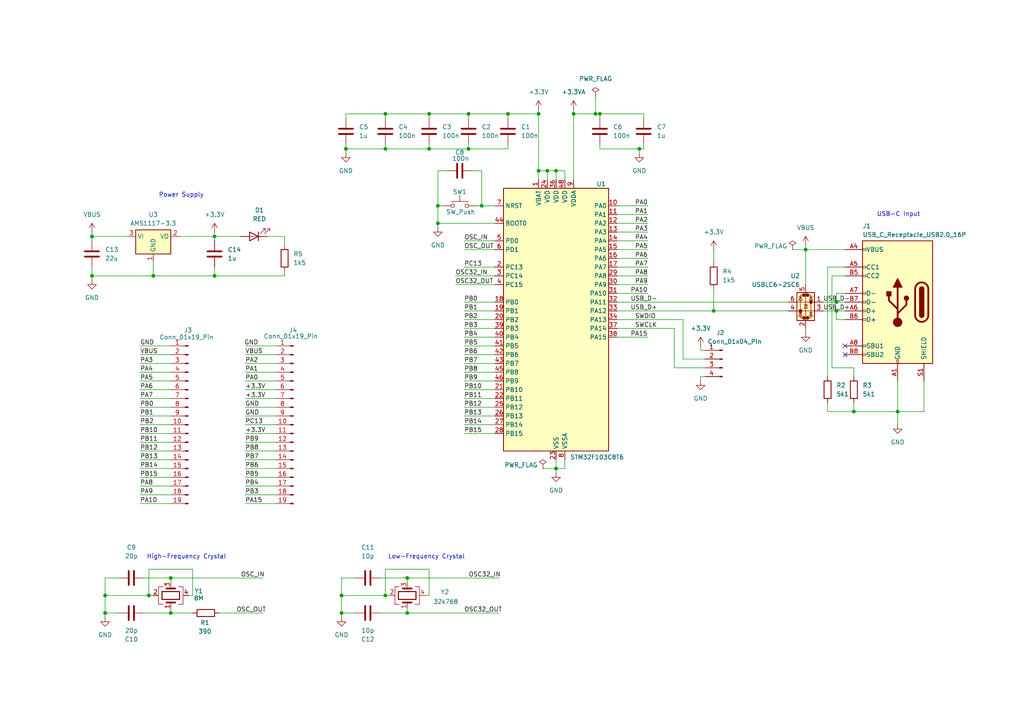
<source format=kicad_sch>
(kicad_sch (version 20250114) (generator "eeschema") (generator_version "9.0")
  (paper "A4")
  (title_block (title "stm32f1-dev-board") (date "2025-11-15") (rev "1") (company "Steven Dyer"))
  (lib_symbols
    (symbol "Connector:Conn_01x04_Pin" (pin_names (offset 1.016) (hide yes))
      (property "Reference" "J" (at 0 5.08 0))
      (property "Value" "Conn_01x04_Pin" (at 0 -7.62 0))
      (symbol "Conn_01x04_Pin_1_1"
        (rectangle (start 0.8636 2.667) (end 0 2.413) (stroke (width 0.1524)) (fill (type outline)))
        (rectangle (start 0.8636 0.127) (end 0 -0.127) (stroke (width 0.1524)) (fill (type outline)))
        (rectangle (start 0.8636 -2.413) (end 0 -2.667) (stroke (width 0.1524)) (fill (type outline)))
        (rectangle (start 0.8636 -4.953) (end 0 -5.207) (stroke (width 0.1524)) (fill (type outline)))
        (polyline (pts (xy 1.27 2.54) (xy 0.8636 2.54)) (stroke (width 0.1524)))
        (polyline (pts (xy 1.27 0) (xy 0.8636 0)) (stroke (width 0.1524)))
        (polyline (pts (xy 1.27 -2.54) (xy 0.8636 -2.54)) (stroke (width 0.1524)))
        (polyline (pts (xy 1.27 -5.08) (xy 0.8636 -5.08)) (stroke (width 0.1524)))
        (pin passive line (at 5.08 2.54 180) (length 3.81) (name "Pin_1") (number "1"))
        (pin passive line (at 5.08 0 180) (length 3.81) (name "Pin_2") (number "2"))
        (pin passive line (at 5.08 -2.54 180) (length 3.81) (name "Pin_3") (number "3"))
        (pin passive line (at 5.08 -5.08 180) (length 3.81) (name "Pin_4") (number "4"))
      )
    )
    (symbol "Connector:Conn_01x19_Pin" (pin_names (offset 1.016) (hide yes))
      (property "Reference" "J" (at 0 25.4 0))
      (property "Value" "Conn_01x19_Pin" (at 0 -25.4 0))
      (symbol "Conn_01x19_Pin_1_1"
        (rectangle (start 0.8636 22.987) (end 0 22.733) (stroke (width 0.1524)) (fill (type outline)))
        (rectangle (start 0.8636 20.447) (end 0 20.193) (stroke (width 0.1524)) (fill (type outline)))
        (rectangle (start 0.8636 17.907) (end 0 17.653) (stroke (width 0.1524)) (fill (type outline)))
        (rectangle (start 0.8636 15.367) (end 0 15.113) (stroke (width 0.1524)) (fill (type outline)))
        (rectangle (start 0.8636 12.827) (end 0 12.573) (stroke (width 0.1524)) (fill (type outline)))
        (rectangle (start 0.8636 10.287) (end 0 10.033) (stroke (width 0.1524)) (fill (type outline)))
        (rectangle (start 0.8636 7.747) (end 0 7.493) (stroke (width 0.1524)) (fill (type outline)))
        (rectangle (start 0.8636 5.207) (end 0 4.953) (stroke (width 0.1524)) (fill (type outline)))
        (rectangle (start 0.8636 2.667) (end 0 2.413) (stroke (width 0.1524)) (fill (type outline)))
        (rectangle (start 0.8636 0.127) (end 0 -0.127) (stroke (width 0.1524)) (fill (type outline)))
        (rectangle (start 0.8636 -2.413) (end 0 -2.667) (stroke (width 0.1524)) (fill (type outline)))
        (rectangle (start 0.8636 -4.953) (end 0 -5.207) (stroke (width 0.1524)) (fill (type outline)))
        (rectangle (start 0.8636 -7.493) (end 0 -7.747) (stroke (width 0.1524)) (fill (type outline)))
        (rectangle (start 0.8636 -10.033) (end 0 -10.287) (stroke (width 0.1524)) (fill (type outline)))
        (rectangle (start 0.8636 -12.573) (end 0 -12.827) (stroke (width 0.1524)) (fill (type outline)))
        (rectangle (start 0.8636 -15.113) (end 0 -15.367) (stroke (width 0.1524)) (fill (type outline)))
        (rectangle (start 0.8636 -17.653) (end 0 -17.907) (stroke (width 0.1524)) (fill (type outline)))
        (rectangle (start 0.8636 -20.193) (end 0 -20.447) (stroke (width 0.1524)) (fill (type outline)))
        (rectangle (start 0.8636 -22.733) (end 0 -22.987) (stroke (width 0.1524)) (fill (type outline)))
        (polyline (pts (xy 1.27 22.86) (xy 0.8636 22.86)) (stroke (width 0.1524)))
        (polyline (pts (xy 1.27 20.32) (xy 0.8636 20.32)) (stroke (width 0.1524)))
        (polyline (pts (xy 1.27 17.78) (xy 0.8636 17.78)) (stroke (width 0.1524)))
        (polyline (pts (xy 1.27 15.24) (xy 0.8636 15.24)) (stroke (width 0.1524)))
        (polyline (pts (xy 1.27 12.7) (xy 0.8636 12.7)) (stroke (width 0.1524)))
        (polyline (pts (xy 1.27 10.16) (xy 0.8636 10.16)) (stroke (width 0.1524)))
        (polyline (pts (xy 1.27 7.62) (xy 0.8636 7.62)) (stroke (width 0.1524)))
        (polyline (pts (xy 1.27 5.08) (xy 0.8636 5.08)) (stroke (width 0.1524)))
        (polyline (pts (xy 1.27 2.54) (xy 0.8636 2.54)) (stroke (width 0.1524)))
        (polyline (pts (xy 1.27 0) (xy 0.8636 0)) (stroke (width 0.1524)))
        (polyline (pts (xy 1.27 -2.54) (xy 0.8636 -2.54)) (stroke (width 0.1524)))
        (polyline (pts (xy 1.27 -5.08) (xy 0.8636 -5.08)) (stroke (width 0.1524)))
        (polyline (pts (xy 1.27 -7.62) (xy 0.8636 -7.62)) (stroke (width 0.1524)))
        (polyline (pts (xy 1.27 -10.16) (xy 0.8636 -10.16)) (stroke (width 0.1524)))
        (polyline (pts (xy 1.27 -12.7) (xy 0.8636 -12.7)) (stroke (width 0.1524)))
        (polyline (pts (xy 1.27 -15.24) (xy 0.8636 -15.24)) (stroke (width 0.1524)))
        (polyline (pts (xy 1.27 -17.78) (xy 0.8636 -17.78)) (stroke (width 0.1524)))
        (polyline (pts (xy 1.27 -20.32) (xy 0.8636 -20.32)) (stroke (width 0.1524)))
        (polyline (pts (xy 1.27 -22.86) (xy 0.8636 -22.86)) (stroke (width 0.1524)))
        (pin passive line (at 5.08 22.86 180) (length 3.81) (name "Pin_1") (number "1"))
        (pin passive line (at 5.08 20.32 180) (length 3.81) (name "Pin_2") (number "2"))
        (pin passive line (at 5.08 17.78 180) (length 3.81) (name "Pin_3") (number "3"))
        (pin passive line (at 5.08 15.24 180) (length 3.81) (name "Pin_4") (number "4"))
        (pin passive line (at 5.08 12.7 180) (length 3.81) (name "Pin_5") (number "5"))
        (pin passive line (at 5.08 10.16 180) (length 3.81) (name "Pin_6") (number "6"))
        (pin passive line (at 5.08 7.62 180) (length 3.81) (name "Pin_7") (number "7"))
        (pin passive line (at 5.08 5.08 180) (length 3.81) (name "Pin_8") (number "8"))
        (pin passive line (at 5.08 2.54 180) (length 3.81) (name "Pin_9") (number "9"))
        (pin passive line (at 5.08 0 180) (length 3.81) (name "Pin_10") (number "10"))
        (pin passive line (at 5.08 -2.54 180) (length 3.81) (name "Pin_11") (number "11"))
        (pin passive line (at 5.08 -5.08 180) (length 3.81) (name "Pin_12") (number "12"))
        (pin passive line (at 5.08 -7.62 180) (length 3.81) (name "Pin_13") (number "13"))
        (pin passive line (at 5.08 -10.16 180) (length 3.81) (name "Pin_14") (number "14"))
        (pin passive line (at 5.08 -12.7 180) (length 3.81) (name "Pin_15") (number "15"))
        (pin passive line (at 5.08 -15.24 180) (length 3.81) (name "Pin_16") (number "16"))
        (pin passive line (at 5.08 -17.78 180) (length 3.81) (name "Pin_17") (number "17"))
        (pin passive line (at 5.08 -20.32 180) (length 3.81) (name "Pin_18") (number "18"))
        (pin passive line (at 5.08 -22.86 180) (length 3.81) (name "Pin_19") (number "19"))
      )
    )
    (symbol "Connector:USB_C_Receptacle_USB2.0_16P" (pin_names (offset 1.016))
      (property "Reference" "J" (at 0 22.225 0))
      (property "Value" "USB_C_Receptacle_USB2.0_16P" (at 0 19.685 0))
      (symbol "USB_C_Receptacle_USB2.0_16P_0_0"
        (rectangle (start -0.254 -17.78) (end 0.254 -16.764))
        (rectangle (start 10.16 15.494) (end 9.144 14.986))
        (rectangle (start 10.16 10.414) (end 9.144 9.906))
        (rectangle (start 10.16 7.874) (end 9.144 7.366))
        (rectangle (start 10.16 2.794) (end 9.144 2.286))
        (rectangle (start 10.16 0.254) (end 9.144 -0.254))
        (rectangle (start 10.16 -2.286) (end 9.144 -2.794))
        (rectangle (start 10.16 -4.826) (end 9.144 -5.334))
        (rectangle (start 10.16 -12.446) (end 9.144 -12.954))
        (rectangle (start 10.16 -14.986) (end 9.144 -15.494))
      )
      (symbol "USB_C_Receptacle_USB2.0_16P_0_1"
        (rectangle (start -10.16 17.78) (end 10.16 -17.78) (stroke (width 0.254)) (fill (type background)))
        (polyline (pts (xy -8.89 -3.81) (xy -8.89 3.81)) (stroke (width 0.508)))
        (rectangle (start -7.62 -3.81) (end -6.35 3.81) (stroke (width 0.254)) (fill (type outline)))
        (arc (start -7.62 3.81) (mid -6.985 4.4423) (end -6.35 3.81) (stroke (width 0.254)))
        (arc (start -7.62 3.81) (mid -6.985 4.4423) (end -6.35 3.81) (stroke (width 0.254)) (fill (type outline)))
        (arc (start -8.89 3.81) (mid -6.985 5.7067) (end -5.08 3.81) (stroke (width 0.508)))
        (arc (start -5.08 -3.81) (mid -6.985 -5.7067) (end -8.89 -3.81) (stroke (width 0.508)))
        (arc (start -6.35 -3.81) (mid -6.985 -4.4423) (end -7.62 -3.81) (stroke (width 0.254)))
        (arc (start -6.35 -3.81) (mid -6.985 -4.4423) (end -7.62 -3.81) (stroke (width 0.254)) (fill (type outline)))
        (polyline (pts (xy -5.08 3.81) (xy -5.08 -3.81)) (stroke (width 0.508)))
        (circle (center -2.54 1.143) (radius 0.635) (stroke (width 0.254)) (fill (type outline)))
        (polyline (pts (xy -1.27 4.318) (xy 0 6.858) (xy 1.27 4.318) (xy -1.27 4.318)) (stroke (width 0.254)) (fill (type outline)))
        (polyline (pts (xy 0 -2.032) (xy 2.54 0.508) (xy 2.54 1.778)) (stroke (width 0.508)))
        (polyline (pts (xy 0 -3.302) (xy -2.54 -0.762) (xy -2.54 0.508)) (stroke (width 0.508)))
        (polyline (pts (xy 0 -5.842) (xy 0 4.318)) (stroke (width 0.508)))
        (circle (center 0 -5.842) (radius 1.27) (fill (type outline)))
        (rectangle (start 1.905 1.778) (end 3.175 3.048) (stroke (width 0.254)) (fill (type outline)))
      )
      (symbol "USB_C_Receptacle_USB2.0_16P_1_1"
        (pin passive line (at -7.62 -22.86 90) (length 5.08) (name "SHIELD") (number "S1"))
        (pin passive line (at 0 -22.86 90) (length 5.08) (name "GND") (number "A1"))
        (pin passive line (at 0 -22.86 90) (length 5.08) (hide yes) (name "GND") (number "A12"))
        (pin passive line (at 0 -22.86 90) (length 5.08) (hide yes) (name "GND") (number "B1"))
        (pin passive line (at 0 -22.86 90) (length 5.08) (hide yes) (name "GND") (number "B12"))
        (pin passive line (at 15.24 15.24 180) (length 5.08) (name "VBUS") (number "A4"))
        (pin passive line (at 15.24 15.24 180) (length 5.08) (hide yes) (name "VBUS") (number "A9"))
        (pin passive line (at 15.24 15.24 180) (length 5.08) (hide yes) (name "VBUS") (number "B4"))
        (pin passive line (at 15.24 15.24 180) (length 5.08) (hide yes) (name "VBUS") (number "B9"))
        (pin bidirectional line (at 15.24 10.16 180) (length 5.08) (name "CC1") (number "A5"))
        (pin bidirectional line (at 15.24 7.62 180) (length 5.08) (name "CC2") (number "B5"))
        (pin bidirectional line (at 15.24 2.54 180) (length 5.08) (name "D-") (number "A7"))
        (pin bidirectional line (at 15.24 0 180) (length 5.08) (name "D-") (number "B7"))
        (pin bidirectional line (at 15.24 -2.54 180) (length 5.08) (name "D+") (number "A6"))
        (pin bidirectional line (at 15.24 -5.08 180) (length 5.08) (name "D+") (number "B6"))
        (pin bidirectional line (at 15.24 -12.7 180) (length 5.08) (name "SBU1") (number "A8"))
        (pin bidirectional line (at 15.24 -15.24 180) (length 5.08) (name "SBU2") (number "B8"))
      )
    )
    (symbol "Device:C" (pin_numbers (hide yes)) (pin_names (offset 0.254))
      (property "Reference" "C" (at 0.635 2.54 0))
      (property "Value" "C" (at 0.635 -2.54 0))
      (symbol "C_0_1"
        (polyline (pts (xy -2.032 0.762) (xy 2.032 0.762)) (stroke (width 0.508)))
        (polyline (pts (xy -2.032 -0.762) (xy 2.032 -0.762)) (stroke (width 0.508)))
      )
      (symbol "C_1_1"
        (pin passive line (at 0 3.81 270) (length 2.794) (name "~") (number "1"))
        (pin passive line (at 0 -3.81 90) (length 2.794) (name "~") (number "2"))
      )
    )
    (symbol "Device:Crystal_GND24" (pin_names (offset 1.016) (hide yes))
      (property "Reference" "Y" (at 3.175 5.08 0))
      (property "Value" "Crystal_GND24" (at 3.175 3.175 0))
      (symbol "Crystal_GND24_0_1"
        (polyline (pts (xy -2.54 2.286) (xy -2.54 3.556) (xy 2.54 3.556) (xy 2.54 2.286)))
        (polyline (pts (xy -2.54 0) (xy -2.032 0)))
        (polyline (pts (xy -2.54 -2.286) (xy -2.54 -3.556) (xy 2.54 -3.556) (xy 2.54 -2.286)))
        (polyline (pts (xy -2.032 -1.27) (xy -2.032 1.27)) (stroke (width 0.508)))
        (rectangle (start -1.143 2.54) (end 1.143 -2.54) (stroke (width 0.3048)))
        (polyline (pts (xy 0 3.556) (xy 0 3.81)))
        (polyline (pts (xy 0 -3.81) (xy 0 -3.556)))
        (polyline (pts (xy 2.032 0) (xy 2.54 0)))
        (polyline (pts (xy 2.032 -1.27) (xy 2.032 1.27)) (stroke (width 0.508)))
      )
      (symbol "Crystal_GND24_1_1"
        (pin passive line (at -3.81 0 0) (length 1.27) (name "1") (number "1"))
        (pin passive line (at 0 5.08 270) (length 1.27) (name "2") (number "2"))
        (pin passive line (at 0 -5.08 90) (length 1.27) (name "4") (number "4"))
        (pin passive line (at 3.81 0 180) (length 1.27) (name "3") (number "3"))
      )
    )
    (symbol "Device:LED" (pin_numbers (hide yes)) (pin_names (offset 1.016) (hide yes))
      (property "Reference" "D" (at 0 2.54 0))
      (property "Value" "LED" (at 0 -2.54 0))
      (symbol "LED_0_1"
        (polyline (pts (xy -3.048 -0.762) (xy -4.572 -2.286) (xy -3.81 -2.286) (xy -4.572 -2.286) (xy -4.572 -1.524)))
        (polyline (pts (xy -1.778 -0.762) (xy -3.302 -2.286) (xy -2.54 -2.286) (xy -3.302 -2.286) (xy -3.302 -1.524)))
        (polyline (pts (xy -1.27 0) (xy 1.27 0)))
        (polyline (pts (xy -1.27 -1.27) (xy -1.27 1.27)) (stroke (width 0.254)))
        (polyline (pts (xy 1.27 -1.27) (xy 1.27 1.27) (xy -1.27 0) (xy 1.27 -1.27)) (stroke (width 0.254)))
      )
      (symbol "LED_1_1"
        (pin passive line (at -3.81 0 0) (length 2.54) (name "K") (number "1"))
        (pin passive line (at 3.81 0 180) (length 2.54) (name "A") (number "2"))
      )
    )
    (symbol "Device:R" (pin_numbers (hide yes)) (pin_names (offset 0))
      (property "Reference" "R" (at 2.032 0 90))
      (property "Value" "R" (at 0 0 90))
      (symbol "R_0_1"
        (rectangle (start -1.016 -2.54) (end 1.016 2.54) (stroke (width 0.254)))
      )
      (symbol "R_1_1"
        (pin passive line (at 0 3.81 270) (length 1.27) (name "~") (number "1"))
        (pin passive line (at 0 -3.81 90) (length 1.27) (name "~") (number "2"))
      )
    )
    (symbol "MCU_ST_STM32F1:STM32F103C8Tx"
      (property "Reference" "U" (at -15.24 39.37 0))
      (property "Value" "STM32F103C8Tx" (at 7.62 39.37 0))
      (symbol "STM32F103C8Tx_0_1"
        (rectangle (start -15.24 -38.1) (end 15.24 38.1) (stroke (width 0.254)) (fill (type background)))
      )
      (symbol "STM32F103C8Tx_1_1"
        (pin input line (at -17.78 33.02 0) (length 2.54) (name "NRST") (number "7"))
        (pin input line (at -17.78 27.94 0) (length 2.54) (name "BOOT0") (number "44"))
        (pin bidirectional line (at -17.78 22.86 0) (length 2.54) (name "PD0") (number "5"))
        (pin bidirectional line (at -17.78 20.32 0) (length 2.54) (name "PD1") (number "6"))
        (pin bidirectional line (at -17.78 15.24 0) (length 2.54) (name "PC13") (number "2"))
        (pin bidirectional line (at -17.78 12.7 0) (length 2.54) (name "PC14") (number "3"))
        (pin bidirectional line (at -17.78 10.16 0) (length 2.54) (name "PC15") (number "4"))
        (pin bidirectional line (at -17.78 5.08 0) (length 2.54) (name "PB0") (number "18"))
        (pin bidirectional line (at -17.78 2.54 0) (length 2.54) (name "PB1") (number "19"))
        (pin bidirectional line (at -17.78 0 0) (length 2.54) (name "PB2") (number "20"))
        (pin bidirectional line (at -17.78 -2.54 0) (length 2.54) (name "PB3") (number "39"))
        (pin bidirectional line (at -17.78 -5.08 0) (length 2.54) (name "PB4") (number "40"))
        (pin bidirectional line (at -17.78 -7.62 0) (length 2.54) (name "PB5") (number "41"))
        (pin bidirectional line (at -17.78 -10.16 0) (length 2.54) (name "PB6") (number "42"))
        (pin bidirectional line (at -17.78 -12.7 0) (length 2.54) (name "PB7") (number "43"))
        (pin bidirectional line (at -17.78 -15.24 0) (length 2.54) (name "PB8") (number "45"))
        (pin bidirectional line (at -17.78 -17.78 0) (length 2.54) (name "PB9") (number "46"))
        (pin bidirectional line (at -17.78 -20.32 0) (length 2.54) (name "PB10") (number "21"))
        (pin bidirectional line (at -17.78 -22.86 0) (length 2.54) (name "PB11") (number "22"))
        (pin bidirectional line (at -17.78 -25.4 0) (length 2.54) (name "PB12") (number "25"))
        (pin bidirectional line (at -17.78 -27.94 0) (length 2.54) (name "PB13") (number "26"))
        (pin bidirectional line (at -17.78 -30.48 0) (length 2.54) (name "PB14") (number "27"))
        (pin bidirectional line (at -17.78 -33.02 0) (length 2.54) (name "PB15") (number "28"))
        (pin power_in line (at -5.08 40.64 270) (length 2.54) (name "VBAT") (number "1"))
        (pin power_in line (at -2.54 40.64 270) (length 2.54) (name "VDD") (number "24"))
        (pin power_in line (at 0 40.64 270) (length 2.54) (name "VDD") (number "36"))
        (pin power_in line (at 0 -40.64 90) (length 2.54) (name "VSS") (number "23"))
        (pin passive line (at 0 -40.64 90) (length 2.54) (hide yes) (name "VSS") (number "35"))
        (pin passive line (at 0 -40.64 90) (length 2.54) (hide yes) (name "VSS") (number "47"))
        (pin power_in line (at 2.54 40.64 270) (length 2.54) (name "VDD") (number "48"))
        (pin power_in line (at 2.54 -40.64 90) (length 2.54) (name "VSSA") (number "8"))
        (pin power_in line (at 5.08 40.64 270) (length 2.54) (name "VDDA") (number "9"))
        (pin bidirectional line (at 17.78 33.02 180) (length 2.54) (name "PA0") (number "10"))
        (pin bidirectional line (at 17.78 30.48 180) (length 2.54) (name "PA1") (number "11"))
        (pin bidirectional line (at 17.78 27.94 180) (length 2.54) (name "PA2") (number "12"))
        (pin bidirectional line (at 17.78 25.4 180) (length 2.54) (name "PA3") (number "13"))
        (pin bidirectional line (at 17.78 22.86 180) (length 2.54) (name "PA4") (number "14"))
        (pin bidirectional line (at 17.78 20.32 180) (length 2.54) (name "PA5") (number "15"))
        (pin bidirectional line (at 17.78 17.78 180) (length 2.54) (name "PA6") (number "16"))
        (pin bidirectional line (at 17.78 15.24 180) (length 2.54) (name "PA7") (number "17"))
        (pin bidirectional line (at 17.78 12.7 180) (length 2.54) (name "PA8") (number "29"))
        (pin bidirectional line (at 17.78 10.16 180) (length 2.54) (name "PA9") (number "30"))
        (pin bidirectional line (at 17.78 7.62 180) (length 2.54) (name "PA10") (number "31"))
        (pin bidirectional line (at 17.78 5.08 180) (length 2.54) (name "PA11") (number "32"))
        (pin bidirectional line (at 17.78 2.54 180) (length 2.54) (name "PA12") (number "33"))
        (pin bidirectional line (at 17.78 0 180) (length 2.54) (name "PA13") (number "34"))
        (pin bidirectional line (at 17.78 -2.54 180) (length 2.54) (name "PA14") (number "37"))
        (pin bidirectional line (at 17.78 -5.08 180) (length 2.54) (name "PA15") (number "38"))
      )
    )
    (symbol "Power_Protection:USBLC6-2SC6" (pin_names (hide yes))
      (property "Reference" "U" (at 0.635 5.715 0))
      (property "Value" "USBLC6-2SC6" (at 0.635 3.81 0))
      (symbol "USBLC6-2SC6_0_0"
        (circle (center -1.524 0) (radius 0.0001) (stroke (width 0.508)))
        (circle (center -0.508 2.032) (radius 0.0001) (stroke (width 0.508)))
        (circle (center -0.508 -4.572) (radius 0.0001) (stroke (width 0.508)))
        (circle (center 0.508 2.032) (radius 0.0001) (stroke (width 0.508)))
        (circle (center 0.508 -4.572) (radius 0.0001) (stroke (width 0.508)))
        (circle (center 1.524 -2.54) (radius 0.0001) (stroke (width 0.508)))
      )
      (symbol "USBLC6-2SC6_0_1"
        (polyline (pts (xy -2.54 0) (xy 2.54 0)))
        (polyline (pts (xy -2.54 -2.54) (xy 2.54 -2.54)))
        (polyline (pts (xy -2.032 0.508) (xy -1.016 0.508) (xy -1.524 1.524) (xy -2.032 0.508)))
        (polyline (pts (xy -2.032 -3.048) (xy -1.016 -3.048)))
        (polyline (pts (xy -1.016 1.524) (xy -2.032 1.524)))
        (polyline (pts (xy -1.016 -4.064) (xy -2.032 -4.064) (xy -1.524 -3.048) (xy -1.016 -4.064)))
        (polyline (pts (xy -0.508 -1.143) (xy -0.508 -0.762) (xy 0.508 -0.762)))
        (polyline (pts (xy 0 2.54) (xy -0.508 2.032) (xy 0.508 2.032) (xy 0 1.524) (xy 0 -4.064) (xy -0.508 -4.572) (xy 0.508 -4.572) (xy 0 -5.08)))
        (polyline (pts (xy 0.508 -1.778) (xy -0.508 -1.778) (xy 0 -0.762) (xy 0.508 -1.778)))
        (polyline (pts (xy 1.016 1.524) (xy 2.032 1.524)))
        (polyline (pts (xy 1.016 -3.048) (xy 2.032 -3.048)))
        (polyline (pts (xy 2.032 0.508) (xy 1.016 0.508) (xy 1.524 1.524) (xy 2.032 0.508)))
        (polyline (pts (xy 2.032 -4.064) (xy 1.016 -4.064) (xy 1.524 -3.048) (xy 2.032 -4.064)))
      )
      (symbol "USBLC6-2SC6_1_1"
        (rectangle (start -2.54 2.794) (end 2.54 -5.334) (stroke (width 0.254)) (fill (type background)))
        (polyline (pts (xy -0.508 2.032) (xy -1.524 2.032) (xy -1.524 -4.572) (xy -0.508 -4.572)))
        (polyline (pts (xy 0.508 -4.572) (xy 1.524 -4.572) (xy 1.524 2.032) (xy 0.508 2.032)))
        (pin passive line (at -5.08 0 0) (length 2.54) (name "I/O1") (number "1"))
        (pin passive line (at -5.08 -2.54 0) (length 2.54) (name "I/O2") (number "3"))
        (pin passive line (at 0 5.08 270) (length 2.54) (name "VBUS") (number "5"))
        (pin passive line (at 0 -7.62 90) (length 2.54) (name "GND") (number "2"))
        (pin passive line (at 5.08 0 180) (length 2.54) (name "I/O1") (number "6"))
        (pin passive line (at 5.08 -2.54 180) (length 2.54) (name "I/O2") (number "4"))
      )
    )
    (symbol "Regulator_Linear:AMS1117-3.3"
      (property "Reference" "U3" (at 0 6.35 0))
      (property "Value" "AMS1117-3.3" (at 0 3.81 0))
      (symbol "AMS1117-3.3_0_1"
        (rectangle (start -5.08 -5.08) (end 5.08 1.905) (stroke (width 0.254)) (fill (type background)))
      )
      (symbol "AMS1117-3.3_1_1"
        (pin power_in line (at -7.62 0 0) (length 2.54) (name "VI") (number "3"))
        (pin power_in line (at 0 -7.62 90) (length 2.54) (name "GND") (number "1"))
        (pin power_out line (at 7.62 0 180) (length 2.54) (name "VO") (number "2"))
      )
    )
    (symbol "Switch:SW_Push" (pin_numbers (hide yes)) (pin_names (offset 1.016) (hide yes))
      (property "Reference" "SW" (at 1.27 2.54 0))
      (property "Value" "SW_Push" (at 0 -1.524 0))
      (symbol "SW_Push_0_1"
        (circle (center -2.032 0) (radius 0.508))
        (polyline (pts (xy 0 1.27) (xy 0 3.048)))
        (circle (center 2.032 0) (radius 0.508))
        (polyline (pts (xy 2.54 1.27) (xy -2.54 1.27)))
        (pin passive line (at -5.08 0 0) (length 2.54) (name "1") (number "1"))
        (pin passive line (at 5.08 0 180) (length 2.54) (name "2") (number "2"))
      )
    )
    (symbol "power:+3.3V" (power) (pin_numbers (hide yes)) (pin_names (offset 0) (hide yes))
      (property "Value" "+3.3V" (at 0 3.556 0))
      (symbol "+3.3V_0_1"
        (polyline (pts (xy -0.762 1.27) (xy 0 2.54)))
        (polyline (pts (xy 0 2.54) (xy 0.762 1.27)))
        (polyline (pts (xy 0 0) (xy 0 2.54)))
      )
      (symbol "+3.3V_1_1"
        (pin power_in line (at 0 0 90) (length 0) (name "~") (number "1"))
      )
    )
    (symbol "power:+3.3VA" (power) (pin_numbers (hide yes)) (pin_names (offset 0) (hide yes))
      (property "Value" "+3.3VA" (at 0 3.556 0))
      (symbol "+3.3VA_0_1"
        (polyline (pts (xy -0.762 1.27) (xy 0 2.54)))
        (polyline (pts (xy 0 2.54) (xy 0.762 1.27)))
        (polyline (pts (xy 0 0) (xy 0 2.54)))
      )
      (symbol "+3.3VA_1_1"
        (pin power_in line (at 0 0 90) (length 0) (name "~") (number "1"))
      )
    )
    (symbol "power:GND" (power) (pin_numbers (hide yes)) (pin_names (offset 0) (hide yes))
      (property "Value" "GND" (at 0 -3.81 0))
      (symbol "GND_0_1"
        (polyline (pts (xy 0 0) (xy 0 -1.27) (xy 1.27 -1.27) (xy 0 -2.54) (xy -1.27 -1.27) (xy 0 -1.27)))
      )
      (symbol "GND_1_1"
        (pin power_in line (at 0 0 270) (length 0) (name "~") (number "1"))
      )
    )
    (symbol "power:PWR_FLAG" (power) (pin_numbers (hide yes)) (pin_names (offset 0) (hide yes))
      (property "Value" "PWR_FLAG" (at 0 3.81 0))
      (symbol "PWR_FLAG_0_0"
        (pin power_out line (at 0 0 90) (length 0) (name "~") (number "1"))
      )
      (symbol "PWR_FLAG_0_1"
        (polyline (pts (xy 0 0) (xy 0 1.27) (xy -1.016 1.905) (xy 0 2.54) (xy 1.016 1.905) (xy 0 1.27)))
      )
    )
  )
  (text "USB-C Input" (at 260.604 62.23 0) (effects (font (size 1.27 1.27))))
  (text "Power Supply" (at 52.578 56.642 0) (effects (font (size 1.27 1.27))))
  (text "High-Frequency Crystal" (at 54.102 161.544 0) (effects (font (size 1.27 1.27))))
  (text "Low-Frequency Crystal" (at 123.698 161.544 0) (effects (font (size 1.27 1.27))))
  (junction (at 139.7 59.69))
  (junction (at 99.06 177.8))
  (junction (at 127 59.69))
  (junction (at 242.57 87.63))
  (junction (at 62.23 68.58))
  (junction (at 26.67 68.58))
  (junction (at 147.32 33.02))
  (junction (at 247.65 119.38))
  (junction (at 124.46 33.02))
  (junction (at 124.46 43.18))
  (junction (at 62.23 80.01))
  (junction (at 135.89 43.18))
  (junction (at 99.06 172.72))
  (junction (at 49.53 167.64))
  (junction (at 161.29 49.53))
  (junction (at 233.68 72.39))
  (junction (at 158.75 49.53))
  (junction (at 118.11 167.64))
  (junction (at 49.53 177.8))
  (junction (at 118.11 177.8))
  (junction (at 242.57 90.17))
  (junction (at 111.76 43.18))
  (junction (at 26.67 80.01))
  (junction (at 43.18 172.72))
  (junction (at 173.99 33.02))
  (junction (at 30.48 172.72))
  (junction (at 172.72 33.02))
  (junction (at 156.21 49.53))
  (junction (at 44.45 80.01))
  (junction (at 166.37 33.02))
  (junction (at 156.21 33.02))
  (junction (at 207.01 90.17))
  (junction (at 185.42 43.18))
  (junction (at 100.33 43.18))
  (junction (at 127 64.77))
  (junction (at 30.48 177.8))
  (junction (at 161.29 135.89))
  (junction (at 111.76 172.72))
  (junction (at 135.89 33.02))
  (junction (at 260.35 119.38))
  (junction (at 111.76 33.02))
  (no_connect (at 245.11 100.33))
  (no_connect (at 245.11 102.87))
  (wire (pts (xy 161.29 49.53) (xy 163.83 49.53)))
  (wire (pts (xy 161.29 137.16) (xy 161.29 135.89)))
  (wire (pts (xy 26.67 77.47) (xy 26.67 80.01)))
  (wire (pts (xy 80.01 110.49) (xy 71.12 110.49)))
  (wire (pts (xy 245.11 80.01) (xy 241.3 80.01)))
  (wire (pts (xy 102.87 167.64) (xy 99.06 167.64)))
  (wire (pts (xy 62.23 80.01) (xy 62.23 77.47)))
  (wire (pts (xy 179.07 69.85) (xy 187.96 69.85)))
  (wire (pts (xy 134.62 69.85) (xy 143.51 69.85)))
  (wire (pts (xy 49.53 110.49) (xy 40.64 110.49)))
  (wire (pts (xy 111.76 43.18) (xy 124.46 43.18)))
  (wire (pts (xy 267.97 110.49) (xy 267.97 119.38)))
  (wire (pts (xy 161.29 133.35) (xy 161.29 135.89)))
  (wire (pts (xy 100.33 43.18) (xy 100.33 41.91)))
  (wire (pts (xy 134.62 90.17) (xy 143.51 90.17)))
  (wire (pts (xy 132.08 80.01) (xy 143.51 80.01)))
  (wire (pts (xy 80.01 100.33) (xy 71.12 100.33)))
  (wire (pts (xy 166.37 33.02) (xy 172.72 33.02)))
  (wire (pts (xy 172.72 27.94) (xy 172.72 33.02)))
  (wire (pts (xy 238.76 87.63) (xy 242.57 87.63)))
  (wire (pts (xy 179.07 77.47) (xy 187.96 77.47)))
  (wire (pts (xy 186.69 43.18) (xy 185.42 43.18)))
  (wire (pts (xy 267.97 119.38) (xy 260.35 119.38)))
  (wire (pts (xy 233.68 95.25) (xy 233.68 96.52)))
  (wire (pts (xy 49.53 146.05) (xy 40.64 146.05)))
  (wire (pts (xy 124.46 33.02) (xy 124.46 34.29)))
  (wire (pts (xy 173.99 33.02) (xy 173.99 34.29)))
  (wire (pts (xy 260.35 119.38) (xy 247.65 119.38)))
  (wire (pts (xy 44.45 80.01) (xy 62.23 80.01)))
  (wire (pts (xy 229.87 72.39) (xy 233.68 72.39)))
  (wire (pts (xy 238.76 90.17) (xy 242.57 90.17)))
  (wire (pts (xy 260.35 119.38) (xy 260.35 123.19)))
  (wire (pts (xy 127 49.53) (xy 129.54 49.53)))
  (wire (pts (xy 62.23 67.31) (xy 62.23 68.58)))
  (wire (pts (xy 203.2 101.6) (xy 204.47 101.6)))
  (wire (pts (xy 134.62 97.79) (xy 143.51 97.79)))
  (wire (pts (xy 80.01 130.81) (xy 71.12 130.81)))
  (wire (pts (xy 179.07 85.09) (xy 187.96 85.09)))
  (wire (pts (xy 49.53 113.03) (xy 40.64 113.03)))
  (wire (pts (xy 71.12 140.97) (xy 80.01 140.97)))
  (wire (pts (xy 134.62 102.87) (xy 143.51 102.87)))
  (wire (pts (xy 30.48 179.07) (xy 30.48 177.8)))
  (wire (pts (xy 166.37 52.07) (xy 166.37 33.02)))
  (wire (pts (xy 135.89 43.18) (xy 147.32 43.18)))
  (wire (pts (xy 156.21 49.53) (xy 158.75 49.53)))
  (wire (pts (xy 156.21 31.75) (xy 156.21 33.02)))
  (wire (pts (xy 49.53 102.87) (xy 40.64 102.87)))
  (wire (pts (xy 245.11 77.47) (xy 240.03 77.47)))
  (wire (pts (xy 26.67 68.58) (xy 36.83 68.58)))
  (wire (pts (xy 49.53 120.65) (xy 40.64 120.65)))
  (wire (pts (xy 123.19 172.72) (xy 124.46 172.72)))
  (wire (pts (xy 157.48 135.89) (xy 161.29 135.89)))
  (wire (pts (xy 158.75 49.53) (xy 161.29 49.53)))
  (wire (pts (xy 207.01 83.82) (xy 207.01 90.17)))
  (wire (pts (xy 203.2 109.22) (xy 203.2 110.49)))
  (wire (pts (xy 99.06 167.64) (xy 99.06 172.72)))
  (wire (pts (xy 80.01 107.95) (xy 71.12 107.95)))
  (wire (pts (xy 163.83 135.89) (xy 161.29 135.89)))
  (wire (pts (xy 41.91 167.64) (xy 49.53 167.64)))
  (wire (pts (xy 80.01 123.19) (xy 71.12 123.19)))
  (wire (pts (xy 134.62 107.95) (xy 143.51 107.95)))
  (wire (pts (xy 82.55 78.74) (xy 82.55 80.01)))
  (wire (pts (xy 233.68 72.39) (xy 245.11 72.39)))
  (wire (pts (xy 82.55 80.01) (xy 62.23 80.01)))
  (wire (pts (xy 137.16 49.53) (xy 139.7 49.53)))
  (wire (pts (xy 30.48 172.72) (xy 43.18 172.72)))
  (wire (pts (xy 49.53 177.8) (xy 49.53 176.53)))
  (wire (pts (xy 161.29 49.53) (xy 161.29 52.07)))
  (wire (pts (xy 245.11 85.09) (xy 242.57 85.09)))
  (wire (pts (xy 134.62 100.33) (xy 143.51 100.33)))
  (wire (pts (xy 80.01 113.03) (xy 71.12 113.03)))
  (wire (pts (xy 241.3 80.01) (xy 241.3 106.68)))
  (wire (pts (xy 82.55 68.58) (xy 77.47 68.58)))
  (wire (pts (xy 134.62 115.57) (xy 143.51 115.57)))
  (wire (pts (xy 54.61 172.72) (xy 55.88 172.72)))
  (wire (pts (xy 207.01 90.17) (xy 228.6 90.17)))
  (wire (pts (xy 163.83 133.35) (xy 163.83 135.89)))
  (wire (pts (xy 134.62 113.03) (xy 143.51 113.03)))
  (wire (pts (xy 62.23 68.58) (xy 69.85 68.58)))
  (wire (pts (xy 127 59.69) (xy 127 49.53)))
  (wire (pts (xy 49.53 115.57) (xy 40.64 115.57)))
  (wire (pts (xy 49.53 118.11) (xy 40.64 118.11)))
  (wire (pts (xy 49.53 100.33) (xy 40.64 100.33)))
  (wire (pts (xy 127 64.77) (xy 143.51 64.77)))
  (wire (pts (xy 134.62 123.19) (xy 143.51 123.19)))
  (wire (pts (xy 118.11 167.64) (xy 144.78 167.64)))
  (wire (pts (xy 156.21 49.53) (xy 156.21 52.07)))
  (wire (pts (xy 166.37 31.75) (xy 166.37 33.02)))
  (wire (pts (xy 99.06 177.8) (xy 102.87 177.8)))
  (wire (pts (xy 204.47 109.22) (xy 203.2 109.22)))
  (wire (pts (xy 49.53 125.73) (xy 40.64 125.73)))
  (wire (pts (xy 134.62 87.63) (xy 143.51 87.63)))
  (wire (pts (xy 49.53 105.41) (xy 40.64 105.41)))
  (wire (pts (xy 55.88 172.72) (xy 55.88 165.1)))
  (wire (pts (xy 26.67 80.01) (xy 26.67 81.28)))
  (wire (pts (xy 124.46 165.1) (xy 111.76 165.1)))
  (wire (pts (xy 26.67 80.01) (xy 44.45 80.01)))
  (wire (pts (xy 240.03 116.84) (xy 240.03 119.38)))
  (wire (pts (xy 134.62 118.11) (xy 143.51 118.11)))
  (wire (pts (xy 132.08 82.55) (xy 143.51 82.55)))
  (wire (pts (xy 179.07 62.23) (xy 187.96 62.23)))
  (wire (pts (xy 49.53 140.97) (xy 40.64 140.97)))
  (wire (pts (xy 173.99 33.02) (xy 186.69 33.02)))
  (wire (pts (xy 124.46 33.02) (xy 135.89 33.02)))
  (wire (pts (xy 52.07 68.58) (xy 62.23 68.58)))
  (wire (pts (xy 44.45 76.2) (xy 44.45 80.01)))
  (wire (pts (xy 124.46 43.18) (xy 135.89 43.18)))
  (wire (pts (xy 172.72 33.02) (xy 173.99 33.02)))
  (wire (pts (xy 247.65 106.68) (xy 247.65 109.22)))
  (wire (pts (xy 186.69 33.02) (xy 186.69 34.29)))
  (wire (pts (xy 49.53 138.43) (xy 40.64 138.43)))
  (wire (pts (xy 82.55 71.12) (xy 82.55 68.58)))
  (wire (pts (xy 80.01 133.35) (xy 71.12 133.35)))
  (wire (pts (xy 134.62 105.41) (xy 143.51 105.41)))
  (wire (pts (xy 49.53 167.64) (xy 49.53 168.91)))
  (wire (pts (xy 134.62 72.39) (xy 143.51 72.39)))
  (wire (pts (xy 179.07 80.01) (xy 187.96 80.01)))
  (wire (pts (xy 34.29 167.64) (xy 30.48 167.64)))
  (wire (pts (xy 179.07 97.79) (xy 187.96 97.79)))
  (wire (pts (xy 147.32 33.02) (xy 156.21 33.02)))
  (wire (pts (xy 80.01 125.73) (xy 71.12 125.73)))
  (wire (pts (xy 63.5 177.8) (xy 76.2 177.8)))
  (wire (pts (xy 100.33 33.02) (xy 111.76 33.02)))
  (wire (pts (xy 80.01 138.43) (xy 71.12 138.43)))
  (wire (pts (xy 49.53 167.64) (xy 76.2 167.64)))
  (wire (pts (xy 233.68 82.55) (xy 233.68 72.39)))
  (wire (pts (xy 147.32 33.02) (xy 147.32 34.29)))
  (wire (pts (xy 173.99 43.18) (xy 173.99 41.91)))
  (wire (pts (xy 139.7 49.53) (xy 139.7 59.69)))
  (wire (pts (xy 55.88 165.1) (xy 43.18 165.1)))
  (wire (pts (xy 195.58 106.68) (xy 204.47 106.68)))
  (wire (pts (xy 49.53 130.81) (xy 40.64 130.81)))
  (wire (pts (xy 245.11 92.71) (xy 242.57 92.71)))
  (wire (pts (xy 80.01 115.57) (xy 71.12 115.57)))
  (wire (pts (xy 139.7 59.69) (xy 143.51 59.69)))
  (wire (pts (xy 179.07 87.63) (xy 228.6 87.63)))
  (wire (pts (xy 128.27 59.69) (xy 127 59.69)))
  (wire (pts (xy 135.89 43.18) (xy 135.89 41.91)))
  (wire (pts (xy 43.18 172.72) (xy 44.45 172.72)))
  (wire (pts (xy 118.11 177.8) (xy 144.78 177.8)))
  (wire (pts (xy 30.48 177.8) (xy 34.29 177.8)))
  (wire (pts (xy 80.01 120.65) (xy 71.12 120.65)))
  (wire (pts (xy 111.76 33.02) (xy 111.76 34.29)))
  (wire (pts (xy 99.06 179.07) (xy 99.06 177.8)))
  (wire (pts (xy 99.06 172.72) (xy 111.76 172.72)))
  (wire (pts (xy 186.69 43.18) (xy 186.69 41.91)))
  (wire (pts (xy 135.89 33.02) (xy 147.32 33.02)))
  (wire (pts (xy 111.76 43.18) (xy 111.76 41.91)))
  (wire (pts (xy 179.07 92.71) (xy 198.12 92.71)))
  (wire (pts (xy 204.47 104.14) (xy 198.12 104.14)))
  (wire (pts (xy 195.58 95.25) (xy 195.58 106.68)))
  (wire (pts (xy 242.57 87.63) (xy 245.11 87.63)))
  (wire (pts (xy 242.57 92.71) (xy 242.57 90.17)))
  (wire (pts (xy 134.62 110.49) (xy 143.51 110.49)))
  (wire (pts (xy 247.65 119.38) (xy 240.03 119.38)))
  (wire (pts (xy 111.76 172.72) (xy 113.03 172.72)))
  (wire (pts (xy 179.07 95.25) (xy 195.58 95.25)))
  (wire (pts (xy 179.07 64.77) (xy 187.96 64.77)))
  (wire (pts (xy 49.53 123.19) (xy 40.64 123.19)))
  (wire (pts (xy 30.48 172.72) (xy 30.48 177.8)))
  (wire (pts (xy 49.53 128.27) (xy 40.64 128.27)))
  (wire (pts (xy 118.11 177.8) (xy 118.11 176.53)))
  (wire (pts (xy 134.62 92.71) (xy 143.51 92.71)))
  (wire (pts (xy 134.62 95.25) (xy 143.51 95.25)))
  (wire (pts (xy 80.01 105.41) (xy 71.12 105.41)))
  (wire (pts (xy 173.99 43.18) (xy 185.42 43.18)))
  (wire (pts (xy 100.33 43.18) (xy 111.76 43.18)))
  (wire (pts (xy 241.3 106.68) (xy 247.65 106.68)))
  (wire (pts (xy 26.67 67.31) (xy 26.67 68.58)))
  (wire (pts (xy 233.68 71.12) (xy 233.68 72.39)))
  (wire (pts (xy 260.35 110.49) (xy 260.35 119.38)))
  (wire (pts (xy 49.53 107.95) (xy 40.64 107.95)))
  (wire (pts (xy 100.33 33.02) (xy 100.33 34.29)))
  (wire (pts (xy 179.07 82.55) (xy 187.96 82.55)))
  (wire (pts (xy 80.01 135.89) (xy 71.12 135.89)))
  (wire (pts (xy 62.23 68.58) (xy 62.23 69.85)))
  (wire (pts (xy 163.83 49.53) (xy 163.83 52.07)))
  (wire (pts (xy 49.53 143.51) (xy 40.64 143.51)))
  (wire (pts (xy 80.01 146.05) (xy 71.12 146.05)))
  (wire (pts (xy 80.01 143.51) (xy 71.12 143.51)))
  (wire (pts (xy 124.46 172.72) (xy 124.46 165.1)))
  (wire (pts (xy 179.07 59.69) (xy 187.96 59.69)))
  (wire (pts (xy 179.07 72.39) (xy 187.96 72.39)))
  (wire (pts (xy 80.01 128.27) (xy 71.12 128.27)))
  (wire (pts (xy 80.01 102.87) (xy 71.12 102.87)))
  (wire (pts (xy 127 64.77) (xy 127 66.04)))
  (wire (pts (xy 80.01 118.11) (xy 71.12 118.11)))
  (wire (pts (xy 111.76 165.1) (xy 111.76 172.72)))
  (wire (pts (xy 49.53 135.89) (xy 40.64 135.89)))
  (wire (pts (xy 41.91 177.8) (xy 49.53 177.8)))
  (wire (pts (xy 203.2 100.33) (xy 203.2 101.6)))
  (wire (pts (xy 26.67 69.85) (xy 26.67 68.58)))
  (wire (pts (xy 124.46 43.18) (xy 124.46 41.91)))
  (wire (pts (xy 242.57 90.17) (xy 245.11 90.17)))
  (wire (pts (xy 134.62 120.65) (xy 143.51 120.65)))
  (wire (pts (xy 138.43 59.69) (xy 139.7 59.69)))
  (wire (pts (xy 147.32 43.18) (xy 147.32 41.91)))
  (wire (pts (xy 110.49 167.64) (xy 118.11 167.64)))
  (wire (pts (xy 179.07 90.17) (xy 207.01 90.17)))
  (wire (pts (xy 240.03 77.47) (xy 240.03 109.22)))
  (wire (pts (xy 156.21 33.02) (xy 156.21 49.53)))
  (wire (pts (xy 198.12 104.14) (xy 198.12 92.71)))
  (wire (pts (xy 207.01 72.39) (xy 207.01 76.2)))
  (wire (pts (xy 49.53 177.8) (xy 55.88 177.8)))
  (wire (pts (xy 118.11 168.91) (xy 118.11 167.64)))
  (wire (pts (xy 127 64.77) (xy 127 59.69)))
  (wire (pts (xy 100.33 43.18) (xy 100.33 44.45)))
  (wire (pts (xy 134.62 77.47) (xy 143.51 77.47)))
  (wire (pts (xy 179.07 74.93) (xy 187.96 74.93)))
  (wire (pts (xy 43.18 165.1) (xy 43.18 172.72)))
  (wire (pts (xy 185.42 43.18) (xy 185.42 44.45)))
  (wire (pts (xy 179.07 67.31) (xy 187.96 67.31)))
  (wire (pts (xy 242.57 85.09) (xy 242.57 87.63)))
  (wire (pts (xy 49.53 133.35) (xy 40.64 133.35)))
  (wire (pts (xy 135.89 33.02) (xy 135.89 34.29)))
  (wire (pts (xy 110.49 177.8) (xy 118.11 177.8)))
  (wire (pts (xy 158.75 49.53) (xy 158.75 52.07)))
  (wire (pts (xy 111.76 33.02) (xy 124.46 33.02)))
  (wire (pts (xy 247.65 116.84) (xy 247.65 119.38)))
  (wire (pts (xy 134.62 125.73) (xy 143.51 125.73)))
  (wire (pts (xy 30.48 167.64) (xy 30.48 172.72)))
  (wire (pts (xy 99.06 172.72) (xy 99.06 177.8)))
  (label "PB13" (at 134.62 120.65 0))
  (label "PA3" (at 40.64 105.41 0))
  (label "PB9" (at 134.62 110.49 0))
  (label "PA2" (at 71.12 105.41 0))
  (label "OSC_OUT" (at 68.58 177.8 0))
  (label "PB2" (at 40.64 123.19 0))
  (label "PB14" (at 134.62 123.19 0))
  (label "PA6" (at 184.15 74.93 0))
  (label "USB_D+" (at 182.88 90.17 0))
  (label "PA9" (at 184.15 82.55 0))
  (label "PA5" (at 184.15 72.39 0))
  (label "GND" (at 71.12 120.65 0))
  (label "VBUS" (at 40.64 102.87 0))
  (label "PA6" (at 40.64 113.03 0))
  (label "PA4" (at 40.64 107.95 0))
  (label "PB10" (at 40.64 125.73 0))
  (label "PA3" (at 184.15 67.31 0))
  (label "SWDIO" (at 184.15 92.71 0))
  (label "PB3" (at 71.12 143.51 0))
  (label "PB15" (at 40.64 138.43 0))
  (label "GND" (at 71.12 118.11 0))
  (label "+3.3V" (at 71.12 125.73 0))
  (label "PA4" (at 184.15 69.85 0))
  (label "OSC32_OUT" (at 134.62 177.8 0))
  (label "PA2" (at 184.15 64.77 0))
  (label "PA15" (at 71.12 146.05 0))
  (label "+3.3V" (at 71.12 113.03 0))
  (label "PB5" (at 71.12 138.43 0))
  (label "PB2" (at 134.62 92.71 0))
  (label "OSC_IN" (at 69.85 167.64 0))
  (label "PB4" (at 71.12 140.97 0))
  (label "PB4" (at 134.62 97.79 0))
  (label "SWCLK" (at 184.15 95.25 0))
  (label "OSC32_OUT" (at 132.08 82.55 0))
  (label "PA1" (at 184.15 62.23 0))
  (label "USB_D-" (at 182.88 87.63 0))
  (label "PB0" (at 134.62 87.63 0))
  (label "PB12" (at 40.64 130.81 0))
  (label "PB8" (at 134.62 107.95 0))
  (label "PB14" (at 40.64 135.89 0))
  (label "PC13" (at 134.62 77.47 0))
  (label "PB6" (at 71.12 135.89 0))
  (label "PB15" (at 134.62 125.73 0))
  (label "PA7" (at 40.64 115.57 0))
  (label "PA9" (at 40.64 143.51 0))
  (label "PB1" (at 40.64 120.65 0))
  (label "PA8" (at 184.15 80.01 0))
  (label "PA15" (at 182.88 97.79 0))
  (label "OSC_IN" (at 134.62 69.85 0))
  (label "USB_D+" (at 238.76 90.17 0))
  (label "USB_D-" (at 238.76 87.63 0))
  (label "PB5" (at 134.62 100.33 0))
  (label "GND" (at 40.64 100.33 0))
  (label "PA7" (at 184.15 77.47 0))
  (label "PA10" (at 182.88 85.09 0))
  (label "PB11" (at 40.64 128.27 0))
  (label "OSC32_IN" (at 132.08 80.01 0))
  (label "PA8" (at 40.64 140.97 0))
  (label "PB7" (at 71.12 133.35 0))
  (label "VBUS" (at 76.2 102.87 180))
  (label "PB0" (at 40.64 118.11 0))
  (label "PB9" (at 71.12 128.27 0))
  (label "PB12" (at 134.62 118.11 0))
  (label "PA0" (at 71.12 110.49 0))
  (label "OSC_OUT" (at 134.62 72.39 0))
  (label "PB13" (at 40.64 133.35 0))
  (label "PB1" (at 134.62 90.17 0))
  (label "PB8" (at 71.12 130.81 0))
  (label "GND" (at 74.93 100.33 180))
  (label "PB6" (at 134.62 102.87 0))
  (label "+3.3V" (at 71.12 115.57 0))
  (label "PB10" (at 134.62 113.03 0))
  (label "PA10" (at 40.64 146.05 0))
  (label "PA0" (at 184.15 59.69 0))
  (label "PA1" (at 71.12 107.95 0))
  (label "PB11" (at 134.62 115.57 0))
  (label "PB7" (at 134.62 105.41 0))
  (label "OSC32_IN" (at 135.89 167.64 0))
  (label "PA5" (at 40.64 110.49 0))
  (label "PC13" (at 71.12 123.19 0))
  (label "PB3" (at 134.62 95.25 0))
  (symbol (lib_id "Device:LED") (at 73.66 68.58 180) (unit 1)
    (property "Reference" "D1" (at 75.2475 60.96 0))
    (property "Value" "RED" (at 75.2475 63.5 0))
    (property "Footprint" "LED_SMD:LED_0201_0603Metric" (effects (hide yes)))
    (property "Description" "Light emitting diode" (effects (hide yes)))
    (property "Sim.Pins" "1=K 2=A" (effects (hide yes)))
  )
  (symbol (lib_id "power:GND") (at 260.35 123.19 0) (unit 1)
    (property "Reference" "#PWR011" (effects (hide yes)))
    (property "Value" "GND" (at 260.35 128.27 0))
    (property "Description" "Power symbol creates a global label with name \"GND\" , ground" (effects (hide yes)))
  )
  (symbol (lib_id "Connector:Conn_01x19_Pin") (at 85.09 123.19 0) (mirror y) (unit 1)
    (property "Reference" "J4" (at 83.82 95.758 0) (effects (justify right)))
    (property "Value" "Conn_01x19_Pin" (at 76.454 97.536 0) (effects (justify right)))
    (property "Footprint" "Connector_PinHeader_2.54mm:PinHeader_1x19_P2.54mm_Vertical" (effects (hide yes)))
    (property "Description" "Generic connector, single row, 01x19, script generated" (effects (hide yes)))
  )
  (symbol (lib_id "power:GND") (at 26.67 81.28 0) (unit 1)
    (property "Reference" "#PWR014" (effects (hide yes)))
    (property "Value" "GND" (at 26.67 86.36 0))
    (property "Description" "Power symbol creates a global label with name \"GND\" , ground" (effects (hide yes)))
  )
  (symbol (lib_id "power:+3.3VA") (at 166.37 31.75 0) (unit 1)
    (property "Reference" "#PWR04" (effects (hide yes)))
    (property "Value" "+3.3VA" (at 166.37 26.67 0))
    (property "Description" "Power symbol creates a global label with name \"+3.3VA\"" (effects (hide yes)))
  )
  (symbol (lib_id "Device:C") (at 106.68 177.8 90) (mirror x) (unit 1)
    (property "Reference" "C12" (at 106.68 185.42 90))
    (property "Value" "10p" (at 106.68 182.88 90))
    (property "Footprint" "Capacitor_SMD:C_0402_1005Metric" (effects (hide yes)))
    (property "Description" "Unpolarized capacitor" (effects (hide yes)))
  )
  (symbol (lib_id "power:+3.3V") (at 62.23 67.31 0) (unit 1)
    (property "Reference" "#PWR015" (effects (hide yes)))
    (property "Value" "+3.3V" (at 62.23 62.23 0))
    (property "Description" "Power symbol creates a global label with name \"+3.3V\"" (effects (hide yes)))
  )
  (symbol (lib_id "Regulator_Linear:AMS1117-3.3") (at 44.45 68.58 0) (unit 1)
    (property "Reference" "U3" (at 44.45 62.23 0))
    (property "Value" "AMS1117-3.3" (at 44.45 64.77 0))
    (property "Footprint" "Package_TO_SOT_SMD:SOT-223-3_TabPin2" (effects (hide yes)))
    (property "Datasheet" "http://www.advanced-monolithic.com/pdf/ds1117.pdf" (effects (hide yes)))
    (property "Description" "1A Low Dropout regulator, positive, 3.3V fixed output, SOT-223" (effects (hide yes)))
  )
  (symbol (lib_id "power:PWR_FLAG") (at 172.72 27.94 0) (unit 1)
    (property "Reference" "#FLG01" (effects (hide yes)))
    (property "Value" "PWR_FLAG" (at 172.72 22.86 0))
    (property "Description" "Special symbol for telling ERC where power comes from" (effects (hide yes)))
  )
  (symbol (lib_id "power:+3.3V") (at 26.67 67.31 0) (unit 1)
    (property "Reference" "#PWR017" (effects (hide yes)))
    (property "Value" "VBUS" (at 26.67 62.23 0))
    (property "Description" "Power symbol creates a global label with name \"+3.3V\"" (effects (hide yes)))
  )
  (symbol (lib_id "Device:R") (at 240.03 113.03 180) (unit 1)
    (property "Reference" "R2" (at 242.57 111.7599 0) (effects (justify right)))
    (property "Value" "5k1" (at 242.57 114.2999 0) (effects (justify right)))
    (property "Footprint" "Resistor_SMD:R_0402_1005Metric" (effects (hide yes)))
    (property "Description" "Resistor" (effects (hide yes)))
  )
  (symbol (lib_id "power:GND") (at 30.48 179.07 0) (unit 1)
    (property "Reference" "#PWR07" (effects (hide yes)))
    (property "Value" "GND" (at 30.48 184.15 0))
    (property "Description" "Power symbol creates a global label with name \"GND\" , ground" (effects (hide yes)))
  )
  (symbol (lib_id "Connector:Conn_01x04_Pin") (at 209.55 104.14 0) (mirror y) (unit 1)
    (property "Reference" "J2" (at 208.915 96.52 0))
    (property "Value" "Conn_01x04_Pin" (at 213.106 99.06 0))
    (property "Footprint" "Connector_PinHeader_2.54mm:PinHeader_1x04_P2.54mm_Vertical" (effects (hide yes)))
    (property "Description" "Generic connector, single row, 01x04, script generated" (effects (hide yes)))
  )
  (symbol (lib_id "power:GND") (at 203.2 110.49 0) (unit 1)
    (property "Reference" "#PWR013" (effects (hide yes)))
    (property "Value" "GND" (at 203.2 115.57 0))
    (property "Description" "Power symbol creates a global label with name \"GND\" , ground" (effects (hide yes)))
  )
  (symbol (lib_id "power:+3.3V") (at 207.01 72.39 0) (unit 1)
    (property "Reference" "#PWR09" (effects (hide yes)))
    (property "Value" "+3.3V" (at 207.01 67.31 0))
    (property "Description" "Power symbol creates a global label with name \"+3.3V\"" (effects (hide yes)))
  )
  (symbol (lib_id "MCU_ST_STM32F1:STM32F103C8Tx") (at 161.29 92.71 0) (unit 1)
    (property "Reference" "U1" (at 172.974 53.34 0) (effects (justify left)))
    (property "Value" "STM32F103C8T6" (at 165.354 132.588 0) (effects (justify left)))
    (property "Footprint" "Package_QFP:LQFP-48_7x7mm_P0.5mm" (effects (hide yes)))
    (property "Datasheet" "https://www.st.com/resource/en/datasheet/stm32f103c8.pdf" (effects (hide yes)))
    (property "Description" "STMicroelectronics Arm Cortex-M3 MCU, 64KB flash, 20KB RAM, 72 MHz, 2.0-3.6V, 37 GPIO, LQFP48" (effects (hide yes)))
  )
  (symbol (lib_id "Device:C") (at 147.32 38.1 0) (unit 1)
    (property "Reference" "C1" (at 151.13 36.8299 0) (effects (justify left)))
    (property "Value" "100n" (at 151.13 39.3699 0) (effects (justify left)))
    (property "Footprint" "Capacitor_SMD:C_0402_1005Metric" (effects (hide yes)))
    (property "Description" "Unpolarized capacitor" (effects (hide yes)))
  )
  (symbol (lib_id "Device:R") (at 247.65 113.03 180) (unit 1)
    (property "Reference" "R3" (at 250.19 111.7599 0) (effects (justify right)))
    (property "Value" "5k1" (at 250.19 114.2999 0) (effects (justify right)))
    (property "Footprint" "Resistor_SMD:R_0402_1005Metric" (effects (hide yes)))
    (property "Description" "Resistor" (effects (hide yes)))
  )
  (symbol (lib_id "Device:C") (at 100.33 38.1 0) (unit 1)
    (property "Reference" "C5" (at 104.14 36.8299 0) (effects (justify left)))
    (property "Value" "1u" (at 104.14 39.3699 0) (effects (justify left)))
    (property "Footprint" "Capacitor_SMD:C_0402_1005Metric" (effects (hide yes)))
    (property "Description" "Unpolarized capacitor" (effects (hide yes)))
  )
  (symbol (lib_id "power:GND") (at 185.42 44.45 0) (unit 1)
    (property "Reference" "#PWR05" (effects (hide yes)))
    (property "Value" "GND" (at 185.42 49.53 0))
    (property "Description" "Power symbol creates a global label with name \"GND\" , ground" (effects (hide yes)))
  )
  (symbol (lib_id "Device:C") (at 111.76 38.1 0) (unit 1)
    (property "Reference" "C4" (at 115.57 36.8299 0) (effects (justify left)))
    (property "Value" "100n" (at 115.57 39.3699 0) (effects (justify left)))
    (property "Footprint" "Capacitor_SMD:C_0402_1005Metric" (effects (hide yes)))
    (property "Description" "Unpolarized capacitor" (effects (hide yes)))
  )
  (symbol (lib_id "Device:C") (at 38.1 167.64 90) (unit 1)
    (property "Reference" "C9" (at 38.1 158.75 90))
    (property "Value" "20p" (at 38.1 161.29 90))
    (property "Footprint" "Capacitor_SMD:C_0402_1005Metric" (effects (hide yes)))
    (property "Description" "Unpolarized capacitor" (effects (hide yes)))
  )
  (symbol (lib_id "Device:C") (at 135.89 38.1 0) (unit 1)
    (property "Reference" "C2" (at 139.7 36.8299 0) (effects (justify left)))
    (property "Value" "100n" (at 139.7 39.3699 0) (effects (justify left)))
    (property "Footprint" "Capacitor_SMD:C_0402_1005Metric" (effects (hide yes)))
    (property "Description" "Unpolarized capacitor" (effects (hide yes)))
  )
  (symbol (lib_id "Device:C") (at 186.69 38.1 0) (unit 1)
    (property "Reference" "C7" (at 190.5 36.8299 0) (effects (justify left)))
    (property "Value" "1u" (at 190.5 39.3699 0) (effects (justify left)))
    (property "Footprint" "Capacitor_SMD:C_0402_1005Metric" (effects (hide yes)))
    (property "Description" "Unpolarized capacitor" (effects (hide yes)))
  )
  (symbol (lib_id "Device:R") (at 82.55 74.93 0) (unit 1)
    (property "Reference" "R5" (at 85.09 73.6599 0) (effects (justify left)))
    (property "Value" "1k5" (at 85.09 76.1999 0) (effects (justify left)))
    (property "Footprint" "Resistor_SMD:R_0402_1005Metric" (effects (hide yes)))
    (property "Description" "Resistor" (effects (hide yes)))
  )
  (symbol (lib_id "power:GND") (at 99.06 179.07 0) (unit 1)
    (property "Reference" "#PWR08" (effects (hide yes)))
    (property "Value" "GND" (at 99.06 184.15 0))
    (property "Description" "Power symbol creates a global label with name \"GND\" , ground" (effects (hide yes)))
  )
  (symbol (lib_id "Device:C") (at 133.35 49.53 90) (unit 1)
    (property "Reference" "C8" (at 133.35 44.196 90))
    (property "Value" "100n" (at 133.604 45.974 90))
    (property "Footprint" "Capacitor_SMD:C_0402_1005Metric" (effects (hide yes)))
    (property "Description" "Unpolarized capacitor" (effects (hide yes)))
  )
  (symbol (lib_id "Device:R") (at 59.69 177.8 90) (unit 1)
    (property "Reference" "R1" (at 59.436 180.594 90))
    (property "Value" "390" (at 59.436 183.134 90))
    (property "Footprint" "Resistor_SMD:R_0402_1005Metric" (effects (hide yes)))
    (property "Description" "Resistor" (effects (hide yes)))
  )
  (symbol (lib_id "power:GND") (at 233.68 96.52 0) (unit 1)
    (property "Reference" "#PWR010" (effects (hide yes)))
    (property "Value" "GND" (at 233.68 101.6 0))
    (property "Description" "Power symbol creates a global label with name \"GND\" , ground" (effects (hide yes)))
  )
  (symbol (lib_id "power:+3.3V") (at 156.21 31.75 0) (unit 1)
    (property "Reference" "#PWR02" (effects (hide yes)))
    (property "Value" "+3.3V" (at 156.21 26.67 0))
    (property "Description" "Power symbol creates a global label with name \"+3.3V\"" (effects (hide yes)))
  )
  (symbol (lib_id "Power_Protection:USBLC6-2SC6") (at 233.68 87.63 0) (mirror y) (unit 1)
    (property "Reference" "U2" (at 232.0289 80.01 0) (effects (justify left)))
    (property "Value" "USBLC6-2SC6" (at 232.0289 82.55 0) (effects (justify left)))
    (property "Footprint" "Package_TO_SOT_SMD:SOT-23-6" (effects (hide yes)))
    (property "Datasheet" "https://www.st.com/resource/en/datasheet/usblc6-2.pdf" (effects (hide yes)))
    (property "Description" "Very low capacitance ESD protection diode, 2 data-line, SOT-23-6" (effects (hide yes)))
  )
  (symbol (lib_id "power:GND") (at 127 66.04 0) (unit 1)
    (property "Reference" "#PWR06" (effects (hide yes)))
    (property "Value" "GND" (at 127 71.12 0))
    (property "Description" "Power symbol creates a global label with name \"GND\" , ground" (effects (hide yes)))
  )
  (symbol (lib_id "power:GND") (at 100.33 44.45 0) (unit 1)
    (property "Reference" "#PWR03" (effects (hide yes)))
    (property "Value" "GND" (at 100.33 49.53 0))
    (property "Description" "Power symbol creates a global label with name \"GND\" , ground" (effects (hide yes)))
  )
  (symbol (lib_id "Device:C") (at 124.46 38.1 0) (unit 1)
    (property "Reference" "C3" (at 128.27 36.8299 0) (effects (justify left)))
    (property "Value" "100n" (at 128.27 39.3699 0) (effects (justify left)))
    (property "Footprint" "Capacitor_SMD:C_0402_1005Metric" (effects (hide yes)))
    (property "Description" "Unpolarized capacitor" (effects (hide yes)))
  )
  (symbol (lib_id "Device:Crystal_GND24") (at 118.11 172.72 90) (unit 1)
    (property "Reference" "Y2" (at 129.032 171.704 90))
    (property "Value" "32k768" (at 129.286 174.498 90))
    (property "Footprint" "Crystal:Crystal_SMD_3225-4Pin_3.2x2.5mm" (effects (hide yes)))
    (property "Description" "Four pin crystal, GND on pins 2 and 4" (effects (hide yes)))
  )
  (symbol (lib_id "Device:C") (at 62.23 73.66 0) (unit 1)
    (property "Reference" "C14" (at 66.04 72.3899 0) (effects (justify left)))
    (property "Value" "1u" (at 66.04 74.9299 0) (effects (justify left)))
    (property "Footprint" "Capacitor_SMD:C_0402_1005Metric" (effects (hide yes)))
    (property "Description" "Unpolarized capacitor" (effects (hide yes)))
  )
  (symbol (lib_id "Device:C") (at 38.1 177.8 90) (mirror x) (unit 1)
    (property "Reference" "C10" (at 38.1 185.42 90))
    (property "Value" "20p" (at 38.1 182.88 90))
    (property "Footprint" "Capacitor_SMD:C_0402_1005Metric" (effects (hide yes)))
    (property "Description" "Unpolarized capacitor" (effects (hide yes)))
  )
  (symbol (lib_id "power:+3.3V") (at 233.68 71.12 0) (unit 1)
    (property "Reference" "#PWR016" (effects (hide yes)))
    (property "Value" "VBUS" (at 233.68 66.04 0))
    (property "Description" "Power symbol creates a global label with name \"+3.3V\"" (effects (hide yes)))
  )
  (symbol (lib_id "Device:Crystal_GND24") (at 49.53 172.72 90) (unit 1)
    (property "Reference" "Y1" (at 57.658 171.45 90))
    (property "Value" "8M" (at 57.658 173.482 90))
    (property "Footprint" "Crystal:Crystal_SMD_3225-4Pin_3.2x2.5mm" (effects (hide yes)))
    (property "Description" "Four pin crystal, GND on pins 2 and 4" (effects (hide yes)))
  )
  (symbol (lib_id "power:PWR_FLAG") (at 157.48 135.89 0) (unit 1)
    (property "Reference" "#FLG02" (effects (hide yes)))
    (property "Value" "PWR_FLAG" (at 151.13 134.874 0))
    (property "Description" "Special symbol for telling ERC where power comes from" (effects (hide yes)))
  )
  (symbol (lib_id "Connector:Conn_01x19_Pin") (at 54.61 123.19 0) (mirror y) (unit 1)
    (property "Reference" "J3" (at 53.34 95.758 0) (effects (justify right)))
    (property "Value" "Conn_01x19_Pin" (at 46.228 97.79 0) (effects (justify right)))
    (property "Footprint" "Connector_PinHeader_2.54mm:PinHeader_1x19_P2.54mm_Vertical" (effects (hide yes)))
    (property "Description" "Generic connector, single row, 01x19, script generated" (effects (hide yes)))
  )
  (symbol (lib_id "power:GND") (at 161.29 137.16 0) (unit 1)
    (property "Reference" "#PWR01" (effects (hide yes)))
    (property "Value" "GND" (at 161.29 142.24 0))
    (property "Description" "Power symbol creates a global label with name \"GND\" , ground" (effects (hide yes)))
  )
  (symbol (lib_id "Device:C") (at 26.67 73.66 0) (unit 1)
    (property "Reference" "C13" (at 30.48 72.3899 0) (effects (justify left)))
    (property "Value" "22u" (at 30.48 74.9299 0) (effects (justify left)))
    (property "Footprint" "Capacitor_SMD:C_0805_2012Metric" (effects (hide yes)))
    (property "Description" "Unpolarized capacitor" (effects (hide yes)))
  )
  (symbol (lib_id "Switch:SW_Push") (at 133.35 59.69 0) (unit 1)
    (property "Reference" "SW1" (at 133.35 55.626 0))
    (property "Value" "SW_Push" (at 133.604 61.468 0))
    (property "Footprint" "Button_Switch_SMD:SW_SPST_PTS810" (effects (hide yes)))
    (property "Description" "Push button switch, generic, two pins" (effects (hide yes)))
  )
  (symbol (lib_id "Connector:USB_C_Receptacle_USB2.0_16P") (at 260.35 87.63 0) (mirror y) (unit 1)
    (property "Reference" "J1" (at 250.19 65.532 0) (effects (justify right)))
    (property "Value" "USB_C_Receptacle_USB2.0_16P" (at 250.19 68.072 0) (effects (justify right)))
    (property "Footprint" "Connector_USB:USB_C_Receptacle_GCT_USB4105-xx-A_16P_TopMnt_Horizontal" (effects (hide yes)))
    (property "Datasheet" "https://www.usb.org/sites/default/files/documents/usb_type-c.zip" (effects (hide yes)))
    (property "Description" "USB 2.0-only 16P Type-C Receptacle connector" (effects (hide yes)))
  )
  (symbol (lib_id "Device:R") (at 207.01 80.01 0) (unit 1)
    (property "Reference" "R4" (at 209.55 78.7399 0) (effects (justify left)))
    (property "Value" "1k5" (at 209.55 81.2799 0) (effects (justify left)))
    (property "Footprint" "Resistor_SMD:R_0402_1005Metric" (effects (hide yes)))
    (property "Description" "Resistor" (effects (hide yes)))
  )
  (symbol (lib_id "Device:C") (at 173.99 38.1 0) (unit 1)
    (property "Reference" "C6" (at 177.8 36.8299 0) (effects (justify left)))
    (property "Value" "100n" (at 177.8 39.3699 0) (effects (justify left)))
    (property "Footprint" "Capacitor_SMD:C_0402_1005Metric" (effects (hide yes)))
    (property "Description" "Unpolarized capacitor" (effects (hide yes)))
  )
  (symbol (lib_id "power:+3.3V") (at 203.2 100.33 0) (unit 1)
    (property "Reference" "#PWR012" (effects (hide yes)))
    (property "Value" "+3.3V" (at 203.2 95.25 0))
    (property "Description" "Power symbol creates a global label with name \"+3.3V\"" (effects (hide yes)))
  )
  (symbol (lib_id "Device:C") (at 106.68 167.64 90) (unit 1)
    (property "Reference" "C11" (at 106.68 158.75 90))
    (property "Value" "10p" (at 106.68 161.29 90))
    (property "Footprint" "Capacitor_SMD:C_0402_1005Metric" (effects (hide yes)))
    (property "Description" "Unpolarized capacitor" (effects (hide yes)))
  )
  (symbol (lib_id "power:PWR_FLAG") (at 229.87 72.39 0) (unit 1)
    (property "Reference" "#FLG03" (effects (hide yes)))
    (property "Value" "PWR_FLAG" (at 223.52 71.374 0))
    (property "Description" "Special symbol for telling ERC where power comes from" (effects (hide yes)))
  )
)
</source>
